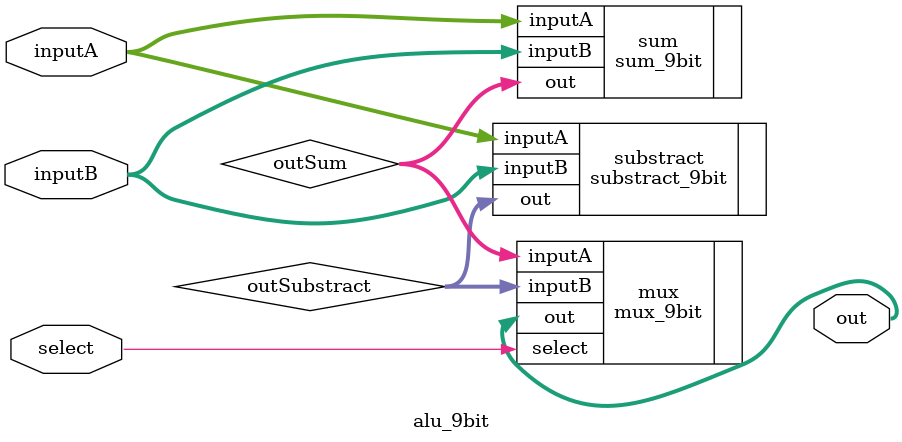
<source format=sv>
`timescale 1ns / 1ps

module alu_9bit(
    input logic select,
    input logic [8:0] inputA, inputB,
    output logic [8:0] out
    );
    logic [8:0] outSum, outSubstract;
    
    sum_9bit sum(.inputA(inputA), .inputB(inputB), .out(outSum));
    substract_9bit substract(.inputA(inputA), .inputB(inputB), .out(outSubstract));
    mux_9bit mux(.select(select), .inputA(outSum), .inputB(outSubstract), .out(out));
endmodule

</source>
